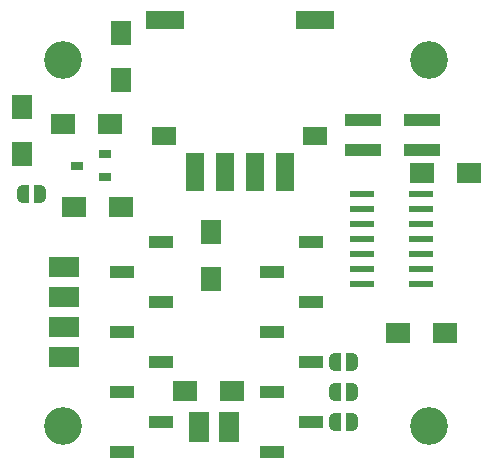
<source format=gbr>
%TF.GenerationSoftware,KiCad,Pcbnew,7.0.1*%
%TF.CreationDate,2024-04-02T19:32:25+05:30*%
%TF.ProjectId,SAMD11_DRV8825_NEM17,53414d44-3131-45f4-9452-56383832355f,rev?*%
%TF.SameCoordinates,Original*%
%TF.FileFunction,Soldermask,Top*%
%TF.FilePolarity,Negative*%
%FSLAX46Y46*%
G04 Gerber Fmt 4.6, Leading zero omitted, Abs format (unit mm)*
G04 Created by KiCad (PCBNEW 7.0.1) date 2024-04-02 19:32:25*
%MOMM*%
%LPD*%
G01*
G04 APERTURE LIST*
G04 Aperture macros list*
%AMFreePoly0*
4,1,19,0.500000,-0.750000,0.000000,-0.750000,0.000000,-0.744911,-0.071157,-0.744911,-0.207708,-0.704816,-0.327430,-0.627875,-0.420627,-0.520320,-0.479746,-0.390866,-0.500000,-0.250000,-0.500000,0.250000,-0.479746,0.390866,-0.420627,0.520320,-0.327430,0.627875,-0.207708,0.704816,-0.071157,0.744911,0.000000,0.744911,0.000000,0.750000,0.500000,0.750000,0.500000,-0.750000,0.500000,-0.750000,
$1*%
%AMFreePoly1*
4,1,19,0.000000,0.744911,0.071157,0.744911,0.207708,0.704816,0.327430,0.627875,0.420627,0.520320,0.479746,0.390866,0.500000,0.250000,0.500000,-0.250000,0.479746,-0.390866,0.420627,-0.520320,0.327430,-0.627875,0.207708,-0.704816,0.071157,-0.744911,0.000000,-0.744911,0.000000,-0.750000,-0.500000,-0.750000,-0.500000,0.750000,0.000000,0.750000,0.000000,0.744911,0.000000,0.744911,
$1*%
G04 Aperture macros list end*
%ADD10R,1.700000X2.000000*%
%ADD11R,2.000000X1.700000*%
%ADD12C,3.200000*%
%ADD13R,1.700000X2.500000*%
%ADD14R,1.600000X3.200000*%
%ADD15R,2.000000X1.600000*%
%ADD16R,3.200000X1.600000*%
%ADD17R,2.000000X0.600000*%
%ADD18R,1.000000X0.700000*%
%ADD19FreePoly0,180.000000*%
%ADD20FreePoly1,180.000000*%
%ADD21R,2.000000X1.000000*%
%ADD22R,3.150000X1.000000*%
%ADD23R,2.500000X1.700000*%
G04 APERTURE END LIST*
D10*
%TO.C,C4*%
X187452000Y-82296000D03*
X187452000Y-78296000D03*
%TD*%
D11*
%TO.C,D1*%
X203232000Y-86868000D03*
X207232000Y-86868000D03*
%TD*%
D12*
%TO.C,REF\u002A\u002A*%
X174856500Y-63731500D03*
X174856500Y-94731500D03*
X205856500Y-63731500D03*
X205856500Y-94731500D03*
%TD*%
D11*
%TO.C,C3*%
X189236800Y-91825500D03*
X185236800Y-91825500D03*
%TD*%
D13*
%TO.C,J4*%
X188976000Y-94855000D03*
X186436000Y-94855000D03*
%TD*%
D14*
%TO.C,J2*%
X186073900Y-73208700D03*
X188613900Y-73208700D03*
X191153900Y-73208700D03*
X193693900Y-73208700D03*
D15*
X183417203Y-70195823D03*
D16*
X183520102Y-60378460D03*
X196209866Y-60374635D03*
D15*
X196220706Y-70186200D03*
%TD*%
D10*
%TO.C,D2*%
X179832000Y-61500000D03*
X179832000Y-65500000D03*
%TD*%
D17*
%TO.C,U1*%
X205171500Y-82748800D03*
X205171500Y-81478800D03*
X205171500Y-80208800D03*
X205171500Y-78938800D03*
X205171500Y-77668800D03*
X205171500Y-76398800D03*
X205171500Y-75128800D03*
X200221500Y-75128800D03*
X200221500Y-76398800D03*
X200221500Y-77668800D03*
X200221500Y-78938800D03*
X200221500Y-80208800D03*
X200221500Y-81478800D03*
X200221500Y-82748800D03*
%TD*%
D11*
%TO.C,C2*%
X179800000Y-76200000D03*
X175800000Y-76200000D03*
%TD*%
D18*
%TO.C,U2*%
X178492000Y-73660000D03*
X178492000Y-71760000D03*
X176092000Y-72710000D03*
%TD*%
D19*
%TO.C,JP4*%
X172931073Y-75136602D03*
D20*
X171531073Y-75136602D03*
%TD*%
D10*
%TO.C,R2*%
X171405200Y-71765300D03*
X171405200Y-67765300D03*
%TD*%
D11*
%TO.C,C1*%
X178910000Y-69215000D03*
X174910000Y-69215000D03*
%TD*%
%TO.C,R1*%
X205264000Y-73335100D03*
X209264000Y-73335100D03*
%TD*%
D19*
%TO.C,JP2*%
X199347073Y-89356702D03*
D20*
X197947073Y-89356702D03*
%TD*%
D21*
%TO.C,A1*%
X183203941Y-79167199D03*
X179903941Y-81707199D03*
X183203941Y-84247199D03*
X179903941Y-86787199D03*
X183203941Y-89327199D03*
X179903941Y-91867199D03*
X183203941Y-94407199D03*
X179903941Y-96947199D03*
X192603941Y-96947199D03*
X195903941Y-94407199D03*
X192603941Y-91867199D03*
X195903941Y-89327199D03*
X192603941Y-86787199D03*
X195903941Y-84247199D03*
X192603941Y-81707199D03*
X195903941Y-79167199D03*
%TD*%
D19*
%TO.C,JP1*%
X199347073Y-94389302D03*
D20*
X197947073Y-94389302D03*
%TD*%
D19*
%TO.C,JP3*%
X199347073Y-91849302D03*
D20*
X197947073Y-91849302D03*
%TD*%
D22*
%TO.C,J1*%
X200265600Y-68820800D03*
X205315600Y-68820800D03*
X200265600Y-71360800D03*
X205315600Y-71360800D03*
%TD*%
D23*
%TO.C,J3*%
X175020000Y-88890000D03*
X175020000Y-86350000D03*
X175020000Y-83810000D03*
X175020000Y-81270000D03*
%TD*%
M02*

</source>
